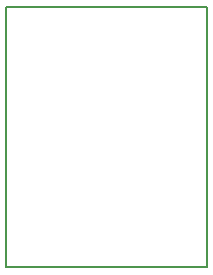
<source format=gm1>
G04 #@! TF.FileFunction,Profile,NP*
%FSLAX46Y46*%
G04 Gerber Fmt 4.6, Leading zero omitted, Abs format (unit mm)*
G04 Created by KiCad (PCBNEW (2015-07-02 BZR 5871, Git 766da1e)-product) date 7/17/2015 2:49:38 PM*
%MOMM*%
G01*
G04 APERTURE LIST*
%ADD10C,0.100000*%
%ADD11C,0.200000*%
G04 APERTURE END LIST*
D10*
D11*
X167000000Y-122000000D02*
X167000000Y-100000000D01*
X150000000Y-122000000D02*
X167000000Y-122000000D01*
X150000000Y-100000000D02*
X167000000Y-100000000D01*
X150000000Y-122000000D02*
X150000000Y-100000000D01*
M02*

</source>
